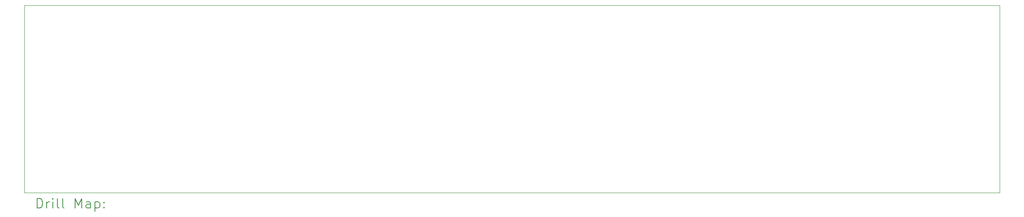
<source format=gbr>
%TF.GenerationSoftware,KiCad,Pcbnew,9.0.5*%
%TF.CreationDate,2025-10-23T02:31:42+02:00*%
%TF.ProjectId,display-board,64697370-6c61-4792-9d62-6f6172642e6b,1.0a*%
%TF.SameCoordinates,Original*%
%TF.FileFunction,Drillmap*%
%TF.FilePolarity,Positive*%
%FSLAX45Y45*%
G04 Gerber Fmt 4.5, Leading zero omitted, Abs format (unit mm)*
G04 Created by KiCad (PCBNEW 9.0.5) date 2025-10-23 02:31:42*
%MOMM*%
%LPD*%
G01*
G04 APERTURE LIST*
%ADD10C,0.050000*%
%ADD11C,0.200000*%
G04 APERTURE END LIST*
D10*
X3286720Y-4165440D02*
X23286720Y-4165440D01*
X23286720Y-8016240D01*
X3286720Y-8016240D01*
X3286720Y-4165440D01*
D11*
X3544997Y-8330224D02*
X3544997Y-8130224D01*
X3544997Y-8130224D02*
X3592616Y-8130224D01*
X3592616Y-8130224D02*
X3621187Y-8139748D01*
X3621187Y-8139748D02*
X3640235Y-8158795D01*
X3640235Y-8158795D02*
X3649759Y-8177843D01*
X3649759Y-8177843D02*
X3659282Y-8215938D01*
X3659282Y-8215938D02*
X3659282Y-8244509D01*
X3659282Y-8244509D02*
X3649759Y-8282605D01*
X3649759Y-8282605D02*
X3640235Y-8301652D01*
X3640235Y-8301652D02*
X3621187Y-8320700D01*
X3621187Y-8320700D02*
X3592616Y-8330224D01*
X3592616Y-8330224D02*
X3544997Y-8330224D01*
X3744997Y-8330224D02*
X3744997Y-8196890D01*
X3744997Y-8234986D02*
X3754521Y-8215938D01*
X3754521Y-8215938D02*
X3764044Y-8206414D01*
X3764044Y-8206414D02*
X3783092Y-8196890D01*
X3783092Y-8196890D02*
X3802140Y-8196890D01*
X3868806Y-8330224D02*
X3868806Y-8196890D01*
X3868806Y-8130224D02*
X3859282Y-8139748D01*
X3859282Y-8139748D02*
X3868806Y-8149271D01*
X3868806Y-8149271D02*
X3878330Y-8139748D01*
X3878330Y-8139748D02*
X3868806Y-8130224D01*
X3868806Y-8130224D02*
X3868806Y-8149271D01*
X3992616Y-8330224D02*
X3973568Y-8320700D01*
X3973568Y-8320700D02*
X3964044Y-8301652D01*
X3964044Y-8301652D02*
X3964044Y-8130224D01*
X4097378Y-8330224D02*
X4078330Y-8320700D01*
X4078330Y-8320700D02*
X4068806Y-8301652D01*
X4068806Y-8301652D02*
X4068806Y-8130224D01*
X4325949Y-8330224D02*
X4325949Y-8130224D01*
X4325949Y-8130224D02*
X4392616Y-8273081D01*
X4392616Y-8273081D02*
X4459283Y-8130224D01*
X4459283Y-8130224D02*
X4459283Y-8330224D01*
X4640235Y-8330224D02*
X4640235Y-8225462D01*
X4640235Y-8225462D02*
X4630711Y-8206414D01*
X4630711Y-8206414D02*
X4611664Y-8196890D01*
X4611664Y-8196890D02*
X4573568Y-8196890D01*
X4573568Y-8196890D02*
X4554521Y-8206414D01*
X4640235Y-8320700D02*
X4621187Y-8330224D01*
X4621187Y-8330224D02*
X4573568Y-8330224D01*
X4573568Y-8330224D02*
X4554521Y-8320700D01*
X4554521Y-8320700D02*
X4544997Y-8301652D01*
X4544997Y-8301652D02*
X4544997Y-8282605D01*
X4544997Y-8282605D02*
X4554521Y-8263557D01*
X4554521Y-8263557D02*
X4573568Y-8254033D01*
X4573568Y-8254033D02*
X4621187Y-8254033D01*
X4621187Y-8254033D02*
X4640235Y-8244509D01*
X4735473Y-8196890D02*
X4735473Y-8396890D01*
X4735473Y-8206414D02*
X4754521Y-8196890D01*
X4754521Y-8196890D02*
X4792616Y-8196890D01*
X4792616Y-8196890D02*
X4811664Y-8206414D01*
X4811664Y-8206414D02*
X4821187Y-8215938D01*
X4821187Y-8215938D02*
X4830711Y-8234986D01*
X4830711Y-8234986D02*
X4830711Y-8292128D01*
X4830711Y-8292128D02*
X4821187Y-8311176D01*
X4821187Y-8311176D02*
X4811664Y-8320700D01*
X4811664Y-8320700D02*
X4792616Y-8330224D01*
X4792616Y-8330224D02*
X4754521Y-8330224D01*
X4754521Y-8330224D02*
X4735473Y-8320700D01*
X4916425Y-8311176D02*
X4925949Y-8320700D01*
X4925949Y-8320700D02*
X4916425Y-8330224D01*
X4916425Y-8330224D02*
X4906902Y-8320700D01*
X4906902Y-8320700D02*
X4916425Y-8311176D01*
X4916425Y-8311176D02*
X4916425Y-8330224D01*
X4916425Y-8206414D02*
X4925949Y-8215938D01*
X4925949Y-8215938D02*
X4916425Y-8225462D01*
X4916425Y-8225462D02*
X4906902Y-8215938D01*
X4906902Y-8215938D02*
X4916425Y-8206414D01*
X4916425Y-8206414D02*
X4916425Y-8225462D01*
M02*

</source>
